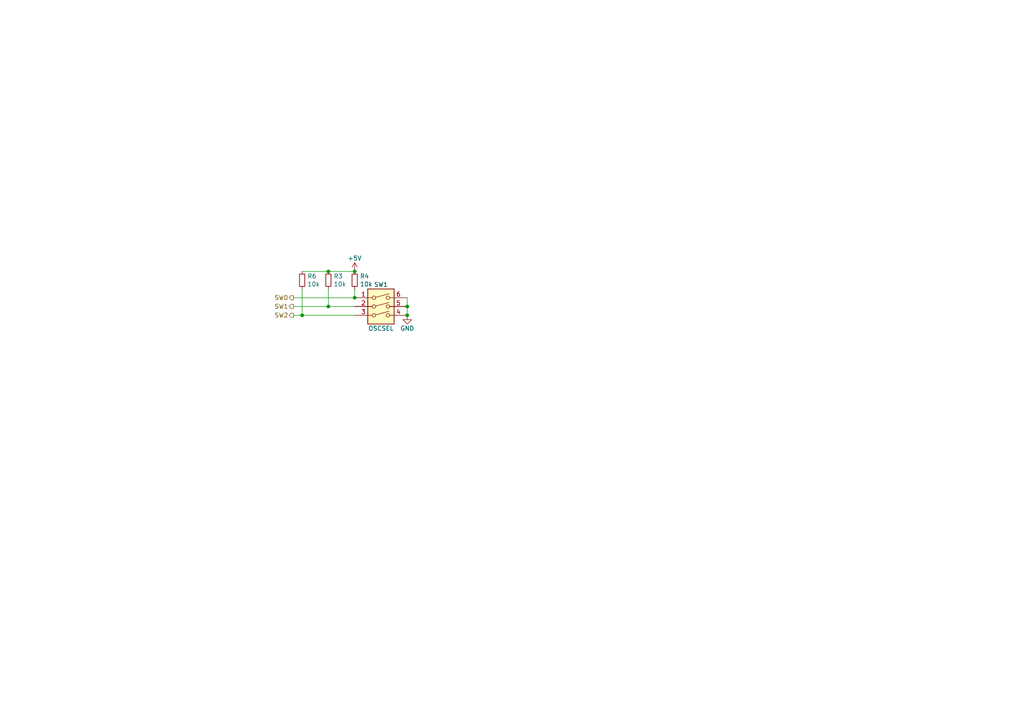
<source format=kicad_sch>
(kicad_sch (version 20211123) (generator eeschema)
  (paper "A4")
  (lib_symbols
    (symbol "Device:R_Small" (pin_numbers hide) (pin_names (offset 0.254) hide)
      (property "Reference" "R" (at 0.762 0.508 0))
      (property "Value" "R_Small" (at 0.762 -1.016 0))
      (symbol "R_Small_0_1"
        (rectangle (start -0.762 1.778) (end 0.762 -1.778) (stroke (width 0.2032)))
      )
      (symbol "R_Small_1_1"
        (pin passive line (at 0 2.54 270) (length 0.762) (name "~") (number "1"))
        (pin passive line (at 0 -2.54 90) (length 0.762) (name "~") (number "2"))
      )
    )
    (symbol "Switch:SW_DIP_x03" (pin_names (offset 0) hide)
      (property "Reference" "SW" (at 0 8.89 0))
      (property "Value" "SW_DIP_x03" (at 0 -3.81 0))
      (symbol "SW_DIP_x03_0_0"
        (circle (center -2.032 0) (radius 0.508))
        (circle (center -2.032 2.54) (radius 0.508))
        (circle (center -2.032 5.08) (radius 0.508))
        (polyline (pts (xy -1.524 0.127) (xy 2.3622 1.1684)))
        (polyline (pts (xy -1.524 2.667) (xy 2.3622 3.7084)))
        (polyline (pts (xy -1.524 5.207) (xy 2.3622 6.2484)))
        (circle (center 2.032 0) (radius 0.508))
        (circle (center 2.032 2.54) (radius 0.508))
        (circle (center 2.032 5.08) (radius 0.508))
      )
      (symbol "SW_DIP_x03_0_1"
        (rectangle (start -3.81 7.62) (end 3.81 -2.54) (stroke (width 0.254)) (fill (type background)))
      )
      (symbol "SW_DIP_x03_1_1"
        (pin passive line (at -7.62 5.08 0) (length 5.08) (name "~") (number "1"))
        (pin passive line (at -7.62 2.54 0) (length 5.08) (name "~") (number "2"))
        (pin passive line (at -7.62 0 0) (length 5.08) (name "~") (number "3"))
        (pin passive line (at 7.62 0 180) (length 5.08) (name "~") (number "4"))
        (pin passive line (at 7.62 2.54 180) (length 5.08) (name "~") (number "5"))
        (pin passive line (at 7.62 5.08 180) (length 5.08) (name "~") (number "6"))
      )
    )
    (symbol "power:+5V" (power) (pin_names (offset 0))
      (property "Value" "+5V" (at 0 3.556 0))
      (symbol "+5V_0_1"
        (polyline (pts (xy -0.762 1.27) (xy 0 2.54)))
        (polyline (pts (xy 0 0) (xy 0 2.54)))
        (polyline (pts (xy 0 2.54) (xy 0.762 1.27)))
      )
      (symbol "+5V_1_1"
        (pin power_in line (at 0 0 90) (length 0) hide (name "+5V") (number "1"))
      )
    )
    (symbol "power:GND" (power) (pin_names (offset 0))
      (property "Value" "GND" (at 0 -3.81 0))
      (symbol "GND_0_1"
        (polyline (pts (xy 0 0) (xy 0 -1.27) (xy 1.27 -1.27) (xy 0 -2.54) (xy -1.27 -1.27) (xy 0 -1.27)))
      )
      (symbol "GND_1_1"
        (pin power_in line (at 0 0 270) (length 0) hide (name "GND") (number "1"))
      )
    )
  )
  (junction (at 95.25 88.9))
  (junction (at 87.63 91.44))
  (junction (at 118.11 91.44))
  (junction (at 102.87 78.74))
  (junction (at 118.11 88.9))
  (junction (at 102.87 86.36))
  (junction (at 95.25 78.74))
  (wire (pts (xy 87.63 78.74) (xy 95.25 78.74)))
  (wire (pts (xy 95.25 88.9) (xy 102.87 88.9)))
  (wire (pts (xy 118.11 91.44) (xy 118.11 88.9)))
  (wire (pts (xy 85.09 86.36) (xy 102.87 86.36)))
  (wire (pts (xy 118.11 86.36) (xy 118.11 88.9)))
  (wire (pts (xy 102.87 83.82) (xy 102.87 86.36)))
  (wire (pts (xy 87.63 91.44) (xy 102.87 91.44)))
  (wire (pts (xy 85.09 91.44) (xy 87.63 91.44)))
  (wire (pts (xy 87.63 83.82) (xy 87.63 91.44)))
  (wire (pts (xy 85.09 88.9) (xy 95.25 88.9)))
  (wire (pts (xy 95.25 78.74) (xy 102.87 78.74)))
  (wire (pts (xy 95.25 83.82) (xy 95.25 88.9)))
  (hierarchical_label "SW1" (shape output) (at 85.09 88.9 180))
  (hierarchical_label "SW0" (shape output) (at 85.09 86.36 180))
  (hierarchical_label "SW2" (shape output) (at 85.09 91.44 180))
  (symbol (lib_id "Switch:SW_DIP_x03") (at 110.49 91.44 0)
    (property "Reference" "SW1" (at 110.49 82.55 0))
    (property "Value" "OSCSEL" (at 110.49 95.25 0))
    (property "Footprint" "stdpads:SW_DIP_SPSTx03_Slide_DSHP03TS_P1.27mm" (effects hide))
    (property "LCSC Part" "C319051" (effects hide))
  )
  (symbol (lib_id "Device:R_Small") (at 102.87 81.28 0)
    (property "Reference" "R4" (at 104.3686 80.1116 0) (effects (justify left)))
    (property "Value" "10k" (at 104.3686 82.423 0) (effects (justify left)))
    (property "Footprint" "stdpads:R_0603" (effects hide))
    (property "LCSC Part" "C25804" (effects hide))
  )
  (symbol (lib_id "Device:R_Small") (at 95.25 81.28 0)
    (property "Reference" "R3" (at 96.7486 80.1116 0) (effects (justify left)))
    (property "Value" "10k" (at 96.7486 82.423 0) (effects (justify left)))
    (property "Footprint" "stdpads:R_0603" (effects hide))
    (property "LCSC Part" "C25804" (effects hide))
  )
  (symbol (lib_id "power:GND") (at 118.11 91.44 0)
    (property "Reference" "#PWR0118" (effects hide))
    (property "Value" "GND" (at 118.11 95.25 0))
  )
  (symbol (lib_id "Device:R_Small") (at 87.63 81.28 0)
    (property "Reference" "R6" (at 89.1286 80.1116 0) (effects (justify left)))
    (property "Value" "10k" (at 89.1286 82.423 0) (effects (justify left)))
    (property "Footprint" "stdpads:R_0603" (effects hide))
    (property "LCSC Part" "C25804" (effects hide))
  )
  (symbol (lib_id "power:+5V") (at 102.87 78.74 0) (unit 1)
    (property "Reference" "#PWR0115" (effects hide))
    (property "Value" "+5V" (at 102.87 74.93 0))
  )
)
</source>
